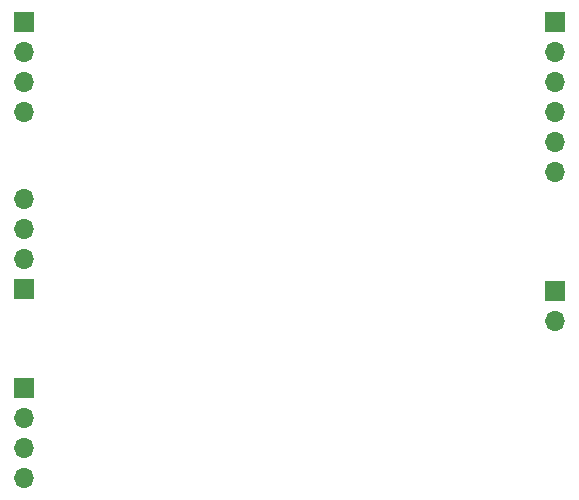
<source format=gbr>
%TF.GenerationSoftware,KiCad,Pcbnew,8.0.8*%
%TF.CreationDate,2025-02-10T02:06:15-08:00*%
%TF.ProjectId,514_FinalProject,3531345f-4669-46e6-916c-50726f6a6563,rev?*%
%TF.SameCoordinates,Original*%
%TF.FileFunction,Soldermask,Bot*%
%TF.FilePolarity,Negative*%
%FSLAX46Y46*%
G04 Gerber Fmt 4.6, Leading zero omitted, Abs format (unit mm)*
G04 Created by KiCad (PCBNEW 8.0.8) date 2025-02-10 02:06:15*
%MOMM*%
%LPD*%
G01*
G04 APERTURE LIST*
%ADD10R,1.700000X1.700000*%
%ADD11O,1.700000X1.700000*%
G04 APERTURE END LIST*
D10*
%TO.C,J4*%
X147000000Y-51960000D03*
D11*
X147000000Y-54500000D03*
X147000000Y-57040000D03*
X147000000Y-59580000D03*
X147000000Y-62120000D03*
X147000000Y-64660000D03*
%TD*%
D10*
%TO.C,J3*%
X102000000Y-74540000D03*
D11*
X102000000Y-72000000D03*
X102000000Y-69460000D03*
X102000000Y-66920000D03*
%TD*%
D10*
%TO.C,J5*%
X147000000Y-74725000D03*
D11*
X147000000Y-77265000D03*
%TD*%
D10*
%TO.C,J1*%
X102000000Y-51960000D03*
D11*
X102000000Y-54500000D03*
X102000000Y-57040000D03*
X102000000Y-59580000D03*
%TD*%
D10*
%TO.C,J2*%
X102000000Y-82960000D03*
D11*
X102000000Y-85500000D03*
X102000000Y-88040000D03*
X102000000Y-90580000D03*
%TD*%
M02*

</source>
